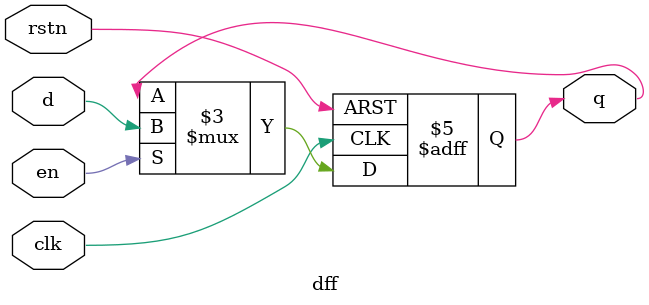
<source format=v>
module dff (
    input clk,
    input rstn,
    input en,
    input d,
    output reg q
);

    always @(posedge clk, negedge rstn) begin
        if (!rstn)
            q <= 1'b0;
        else if (en)
            q <= d;
    end

endmodule

</source>
